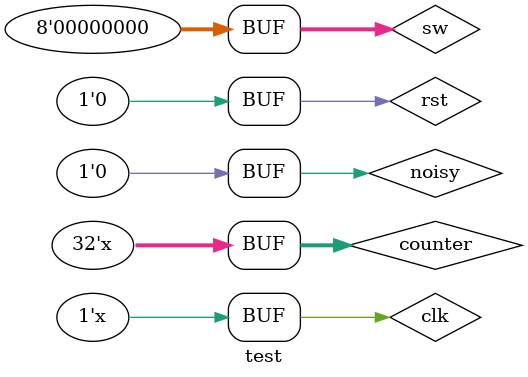
<source format=v>
`timescale 1ns / 1ps


module test;

	// Inputs
	reg rst;
	reg clk;
	reg [7:0] sw;
	reg noisy;

	// Outputs
	wire [3:0] an;
	wire [7:0] seg;
	wire clean;

	// Instantiate the Unit Under Test (UUT)
	top uut (
		.rst(rst), 
		.clk(clk), 
		.an(an), 
		.seg(seg), 
		.sw(sw), 
		.noisy(noisy), 
		.clean(clean)
	);
	
	// Instantiate some variables
	integer counter = 0;

	initial begin
		// Initialize Inputs
		rst = 1;
		clk = 0;
		sw = 0;
		noisy = 0;

		// Wait 100 ns for global reset to finish
		#100;
        
		// Add stimulus here
		rst = 0;
		#100;
		

	end
	
	always 
		if (counter < 300000)
		begin
			#5 clk=!clk;
			counter = counter + 1;
		end
      
endmodule


</source>
